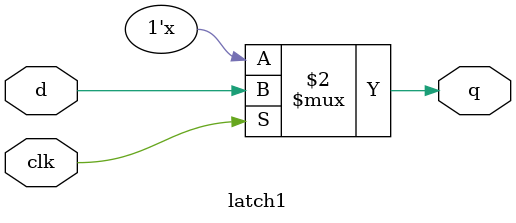
<source format=v>
`timescale 1ns / 1ps


module latch1(d, clk, q);
input d, clk;
output reg q;
always @(clk)
begin
    if (clk)
        q <= d;
end
endmodule

</source>
